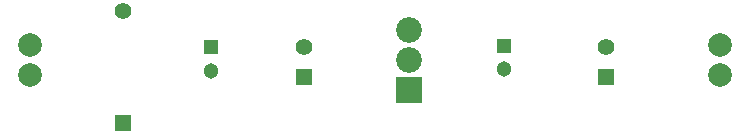
<source format=gbs>
G04*
G04 #@! TF.GenerationSoftware,Altium Limited,Altium Designer,25.1.2 (22)*
G04*
G04 Layer_Color=16711935*
%FSLAX44Y44*%
%MOMM*%
G71*
G04*
G04 #@! TF.SameCoordinates,1A916D9B-B9E1-405E-A4A7-EFB9F428AACD*
G04*
G04*
G04 #@! TF.FilePolarity,Negative*
G04*
G01*
G75*
%ADD13C,2.0032*%
%ADD14C,1.3032*%
%ADD15R,1.3032X1.3032*%
%ADD16R,2.1832X2.1832*%
%ADD17C,2.1832*%
%ADD18R,1.4032X1.4032*%
%ADD19C,1.4032*%
D13*
X648970Y-102870D02*
D03*
Y-77470D02*
D03*
X64770Y-102870D02*
D03*
Y-77470D02*
D03*
D14*
X218440Y-99060D02*
D03*
X466090Y-97790D02*
D03*
D15*
X218440Y-79060D02*
D03*
X466090Y-77790D02*
D03*
D16*
X386080Y-115570D02*
D03*
D17*
Y-90070D02*
D03*
Y-64570D02*
D03*
D18*
X143510Y-143510D02*
D03*
X552450Y-103740D02*
D03*
X297180Y-104140D02*
D03*
D19*
X143510Y-48510D02*
D03*
X552450Y-78740D02*
D03*
X297180Y-79140D02*
D03*
M02*

</source>
